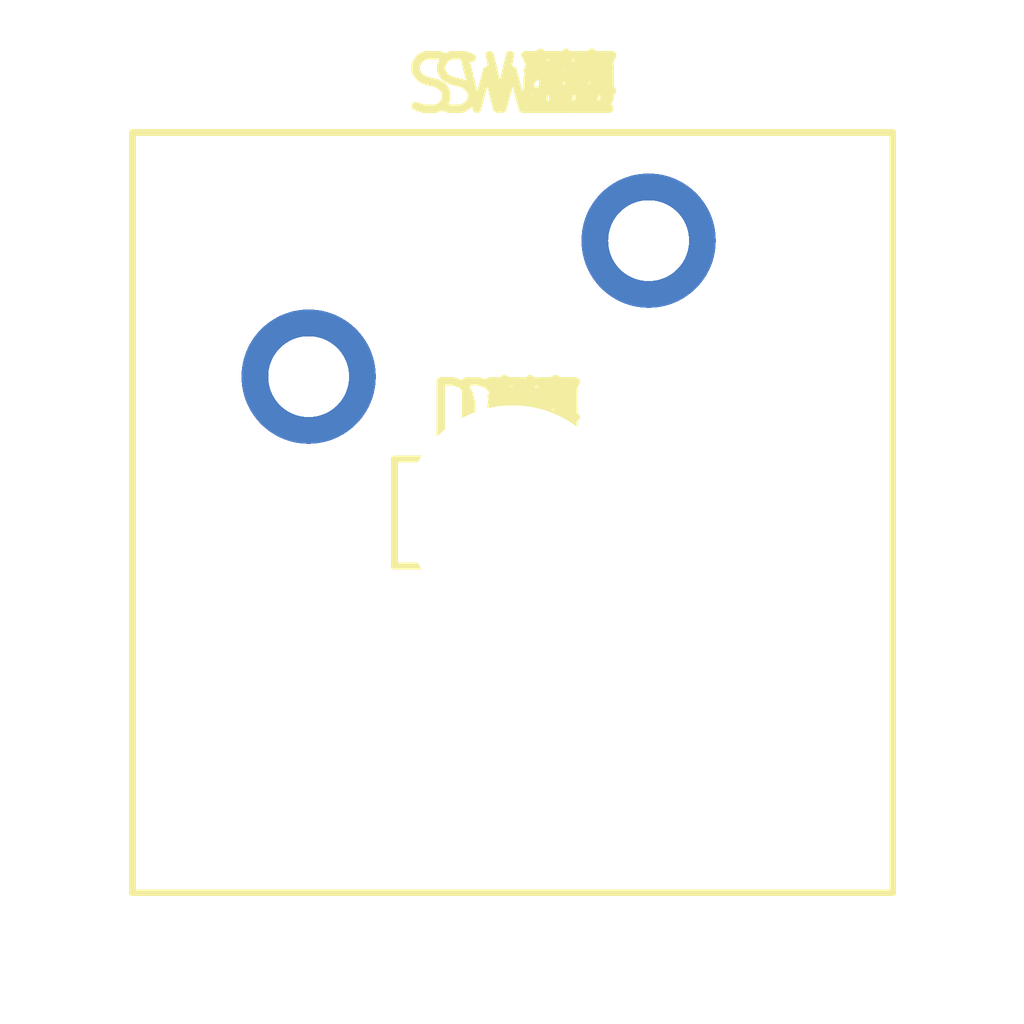
<source format=kicad_pcb>
(kicad_pcb (version 20240108) (generator "pcbnew") (generator_version "8.0")
  (layers (0 "F.Cu" signal) (31 "B.Cu" signal) (34 "B.Paste" user) (35 "F.Paste" user) (36 "B.SilkS" user "B.Silkscreen") (37 "F.SilkS" user "F.Silkscreen") (38 "B.Mask" user) (39 "F.Mask" user) (44 "Edge.Cuts" user))
  (net 0 "")
  (net 1 "COL0")
  (net 2 "COL1")
  (net 3 "COL2")
  (net 4 "COL3")
  (net 5 "COL4")
  (net 6 "COL5")
  (net 7 "COL6")
  (net 8 "COL7")
  (net 9 "COL8")
  (net 10 "COL9")
  (net 11 "COL10")
  (net 12 "COL11")
  (net 13 "COL12")
  (net 14 "COL13")
  (net 15 "COL14")
  (net 16 "COL15")
  (net 17 "Net-(D1-A)")
  (net 18 "Net-(D2-A)")
  (net 19 "Net-(D3-A)")
  (net 20 "Net-(D4-A)")
  (net 21 "Net-(D5-A)")
  (net 22 "Net-(D6-A)")
  (net 23 "Net-(D7-A)")
  (net 24 "Net-(D8-A)")
  (net 25 "Net-(D9-A)")
  (net 26 "Net-(D10-A)")
  (net 27 "Net-(D11-A)")
  (net 28 "Net-(D12-A)")
  (net 29 "Net-(D13-A)")
  (net 30 "Net-(D14-A)")
  (net 31 "Net-(D15-A)")
  (net 32 "Net-(D16-A)")
  (net 33 "Net-(D17-A)")
  (net 34 "Net-(D18-A)")
  (net 35 "Net-(D19-A)")
  (net 36 "Net-(D20-A)")
  (net 37 "Net-(D21-A)")
  (net 38 "Net-(D22-A)")
  (net 39 "Net-(D23-A)")
  (net 40 "Net-(D24-A)")
  (net 41 "Net-(D25-A)")
  (net 42 "Net-(D26-A)")
  (net 43 "Net-(D27-A)")
  (net 44 "Net-(D28-A)")
  (net 45 "Net-(D29-A)")
  (net 46 "Net-(D30-A)")
  (net 47 "Net-(D31-A)")
  (net 48 "Net-(D32-A)")
  (net 49 "Net-(D33-A)")
  (net 50 "Net-(D34-A)")
  (net 51 "Net-(D35-A)")
  (net 52 "Net-(D36-A)")
  (net 53 "Net-(D37-A)")
  (net 54 "Net-(D38-A)")
  (net 55 "Net-(D39-A)")
  (net 56 "Net-(D40-A)")
  (net 57 "Net-(D41-A)")
  (net 58 "Net-(D42-A)")
  (net 59 "Net-(D43-A)")
  (net 60 "Net-(D44-A)")
  (net 61 "Net-(D45-A)")
  (net 62 "Net-(D46-A)")
  (net 63 "Net-(D47-A)")
  (net 64 "Net-(D48-A)")
  (net 65 "Net-(D49-A)")
  (net 66 "Net-(D50-A)")
  (net 67 "Net-(D51-A)")
  (net 68 "Net-(D52-A)")
  (net 69 "Net-(D53-A)")
  (net 70 "Net-(D54-A)")
  (net 71 "Net-(D55-A)")
  (net 72 "Net-(D56-A)")
  (net 73 "Net-(D57-A)")
  (net 74 "Net-(D58-A)")
  (net 75 "Net-(D59-A)")
  (net 76 "Net-(D60-A)")
  (net 77 "Net-(D61-A)")
  (net 78 "Net-(D62-A)")
  (net 79 "Net-(D63-A)")
  (net 80 "Net-(D64-A)")
  (net 81 "Net-(D65-A)")
  (net 82 "Net-(D66-A)")
  (net 83 "Net-(D67-A)")
  (net 84 "Net-(D68-A)")
  (net 85 "Net-(D69-A)")
  (net 86 "Net-(D70-A)")
  (net 87 "Net-(D71-A)")
  (net 88 "ROW0")
  (net 89 "ROW1")
  (net 90 "ROW2")
  (net 91 "ROW3")
  (net 92 "ROW4")
  (footprint "SW_Cherry_MX_PCB_1.00u" (layer "F.Cu") (at 0 0)
    (property "Reference" "SW42")
    (property "Value" "SW_Push")
  )
  (footprint "SW_Cherry_MX_PCB_1.00u" (layer "F.Cu") (at 0 0)
    (property "Reference" "SW9")
    (property "Value" "SW_Push")
  )
  (footprint "D_SOD-123F" (layer "F.Cu") (at 0 0)
    (property "Reference" "D26")
    (property "Value" "D")
  )
  (footprint "SW_Cherry_MX_PCB_1.00u" (layer "F.Cu") (at 0 0)
    (property "Reference" "SW32")
    (property "Value" "SW_Push")
  )
  (footprint "SW_Cherry_MX_PCB_1.00u" (layer "F.Cu") (at 0 0)
    (property "Reference" "SW41")
    (property "Value" "SW_Push")
  )
  (footprint "D_SOD-123F" (layer "F.Cu") (at 0 0)
    (property "Reference" "D30")
    (property "Value" "D")
  )
  (footprint "SW_Cherry_MX_PCB_1.00u" (layer "F.Cu") (at 0 0)
    (property "Reference" "SW48")
    (property "Value" "SW_Push")
  )
  (footprint "SW_Cherry_MX_PCB_1.00u" (layer "F.Cu") (at 0 0)
    (property "Reference" "SW31")
    (property "Value" "SW_Push")
  )
  (footprint "SW_Cherry_MX_PCB_1.00u" (layer "F.Cu") (at 0 0)
    (property "Reference" "SW54")
    (property "Value" "SW_Push")
  )
  (footprint "D_SOD-123F" (layer "F.Cu") (at 0 0)
    (property "Reference" "D45")
    (property "Value" "D")
  )
  (footprint "SW_Cherry_MX_PCB_1.00u" (layer "F.Cu") (at 0 0)
    (property "Reference" "SW12")
    (property "Value" "SW_Push")
  )
  (footprint "SW_Cherry_MX_PCB_1.00u" (layer "F.Cu") (at 0 0)
    (property "Reference" "SW69")
    (property "Value" "SW_Push")
  )
  (footprint "D_SOD-123F" (layer "F.Cu") (at 0 0)
    (property "Reference" "D52")
    (property "Value" "D")
  )
  (footprint "SW_Cherry_MX_PCB_1.00u" (layer "F.Cu") (at 0 0)
    (property "Reference" "SW36")
    (property "Value" "SW_Push")
  )
  (footprint "SW_Cherry_MX_PCB_1.00u" (layer "F.Cu") (at 0 0)
    (property "Reference" "SW8")
    (property "Value" "SW_Push")
  )
  (footprint "D_SOD-123F" (layer "F.Cu") (at 0 0)
    (property "Reference" "D5")
    (property "Value" "D")
  )
  (footprint "D_SOD-123F" (layer "F.Cu") (at 0 0)
    (property "Reference" "D25")
    (property "Value" "D")
  )
  (footprint "SW_Cherry_MX_PCB_1.00u" (layer "F.Cu") (at 0 0)
    (property "Reference" "SW39")
    (property "Value" "SW_Push")
  )
  (footprint "D_SOD-123F" (layer "F.Cu") (at 0 0)
    (property "Reference" "D42")
    (property "Value" "D")
  )
  (footprint "SW_Cherry_MX_PCB_1.00u" (layer "F.Cu") (at 0 0)
    (property "Reference" "SW58")
    (property "Value" "SW_Push")
  )
  (footprint "SW_Cherry_MX_PCB_1.00u" (layer "F.Cu") (at 0 0)
    (property "Reference" "SW55")
    (property "Value" "SW_Push")
  )
  (footprint "D_SOD-123F" (layer "F.Cu") (at 0 0)
    (property "Reference" "D2")
    (property "Value" "D")
  )
  (footprint "D_SOD-123F" (layer "F.Cu") (at 0 0)
    (property "Reference" "D31")
    (property "Value" "D")
  )
  (footprint "D_SOD-123F" (layer "F.Cu") (at 0 0)
    (property "Reference" "D22")
    (property "Value" "D")
  )
  (footprint "SW_Cherry_MX_PCB_1.00u" (layer "F.Cu") (at 0 0)
    (property "Reference" "SW22")
    (property "Value" "SW_Push")
  )
  (footprint "D_SOD-123F" (layer "F.Cu") (at 0 0)
    (property "Reference" "D51")
    (property "Value" "D")
  )
  (footprint "D_SOD-123F" (layer "F.Cu") (at 0 0)
    (property "Reference" "D69")
    (property "Value" "D")
  )
  (footprint "D_SOD-123F" (layer "F.Cu") (at 0 0)
    (property "Reference" "D14")
    (property "Value" "D")
  )
  (footprint "D_SOD-123F" (layer "F.Cu") (at 0 0)
    (property "Reference" "D4")
    (property "Value" "D")
  )
  (footprint "SW_Cherry_MX_PCB_1.00u" (layer "F.Cu") (at 0 0)
    (property "Reference" "SW53")
    (property "Value" "SW_Push")
  )
  (footprint "SW_Cherry_MX_PCB_1.00u" (layer "F.Cu") (at 0 0)
    (property "Reference" "SW40")
    (property "Value" "SW_Push")
  )
  (footprint "D_SOD-123F" (layer "F.Cu") (at 0 0)
    (property "Reference" "D27")
    (property "Value" "D")
  )
  (footprint "D_SOD-123F" (layer "F.Cu") (at 0 0)
    (property "Reference" "D63")
    (property "Value" "D")
  )
  (footprint "SW_Cherry_MX_PCB_1.00u" (layer "F.Cu") (at 0 0)
    (property "Reference" "SW19")
    (property "Value" "SW_Push")
  )
  (footprint "SW_Cherry_MX_PCB_1.00u" (layer "F.Cu") (at 0 0)
    (property "Reference" "SW24")
    (property "Value" "SW_Push")
  )
  (footprint "SW_Cherry_MX_PCB_1.00u" (layer "F.Cu") (at 0 0)
    (property "Reference" "SW3")
    (property "Value" "SW_Push")
  )
  (footprint "D_SOD-123F" (layer "F.Cu") (at 0 0)
    (property "Reference" "D57")
    (property "Value" "D")
  )
  (footprint "D_SOD-123F" (layer "F.Cu") (at 0 0)
    (property "Reference" "D38")
    (property "Value" "D")
  )
  (footprint "SW_Cherry_MX_PCB_1.00u" (layer "F.Cu") (at 0 0)
    (property "Reference" "SW65")
    (property "Value" "SW_Push")
  )
  (footprint "D_SOD-123F" (layer "F.Cu") (at 0 0)
    (property "Reference" "D58")
    (property "Value" "D")
  )
  (footprint "SW_Cherry_MX_PCB_1.00u" (layer "F.Cu") (at 0 0)
    (property "Reference" "SW63")
    (property "Value" "SW_Push")
  )
  (footprint "D_SOD-123F" (layer "F.Cu") (at 0 0)
    (property "Reference" "D48")
    (property "Value" "D")
  )
  (footprint "SW_Cherry_MX_PCB_1.00u" (layer "F.Cu") (at 0 0)
    (property "Reference" "SW57")
    (property "Value" "SW_Push")
  )
  (footprint "D_SOD-123F" (layer "F.Cu") (at 0 0)
    (property "Reference" "D40")
    (property "Value" "D")
  )
  (footprint "D_SOD-123F" (layer "F.Cu") (at 0 0)
    (property "Reference" "D11")
    (property "Value" "D")
  )
  (footprint "D_SOD-123F" (layer "F.Cu") (at 0 0)
    (property "Reference" "D15")
    (property "Value" "D")
  )
  (footprint "SW_Cherry_MX_PCB_1.00u" (layer "F.Cu") (at 0 0)
    (property "Reference" "SW52")
    (property "Value" "SW_Push")
  )
  (footprint "SW_Cherry_MX_PCB_1.00u" (layer "F.Cu") (at 0 0)
    (property "Reference" "SW61")
    (property "Value" "SW_Push")
  )
  (footprint "D_SOD-123F" (layer "F.Cu") (at 0 0)
    (property "Reference" "D29")
    (property "Value" "D")
  )
  (footprint "SW_Cherry_MX_PCB_1.00u" (layer "F.Cu") (at 0 0)
    (property "Reference" "SW47")
    (property "Value" "SW_Push")
  )
  (footprint "SW_Cherry_MX_PCB_1.00u" (layer "F.Cu") (at 0 0)
    (property "Reference" "SW64")
    (property "Value" "SW_Push")
  )
  (footprint "SW_Cherry_MX_PCB_1.00u" (layer "F.Cu") (at 0 0)
    (property "Reference" "SW18")
    (property "Value" "SW_Push")
  )
  (footprint "D_SOD-123F" (layer "F.Cu") (at 0 0)
    (property "Reference" "D54")
    (property "Value" "D")
  )
  (footprint "D_SOD-123F" (layer "F.Cu") (at 0 0)
    (property "Reference" "D53")
    (property "Value" "D")
  )
  (footprint "SW_Cherry_MX_PCB_1.00u" (layer "F.Cu") (at 0 0)
    (property "Reference" "SW38")
    (property "Value" "SW_Push")
  )
  (footprint "SW_Cherry_MX_PCB_1.00u" (layer "F.Cu") (at 0 0)
    (property "Reference" "SW14")
    (property "Value" "SW_Push")
  )
  (footprint "D_SOD-123F" (layer "F.Cu") (at 0 0)
    (property "Reference" "D32")
    (property "Value" "D")
  )
  (footprint "SW_Cherry_MX_PCB_1.00u" (layer "F.Cu") (at 0 0)
    (property "Reference" "SW25")
    (property "Value" "SW_Push")
  )
  (footprint "SW_Cherry_MX_PCB_1.00u" (layer "F.Cu") (at 0 0)
    (property "Reference" "SW16")
    (property "Value" "SW_Push")
  )
  (footprint "D_SOD-123F" (layer "F.Cu") (at 0 0)
    (property "Reference" "D36")
    (property "Value" "D")
  )
  (footprint "SW_Cherry_MX_PCB_1.00u" (layer "F.Cu") (at 0 0)
    (property "Reference" "SW13")
    (property "Value" "SW_Push")
  )
  (footprint "SW_Cherry_MX_PCB_1.00u" (layer "F.Cu") (at 0 0)
    (property "Reference" "SW71")
    (property "Value" "SW_Push")
  )
  (footprint "SW_Cherry_MX_PCB_1.00u" (layer "F.Cu") (at 0 0)
    (property "Reference" "SW70")
    (property "Value" "SW_Push")
  )
  (footprint "SW_Cherry_MX_PCB_1.00u" (layer "F.Cu") (at 0 0)
    (property "Reference" "SW7")
    (property "Value" "SW_Push")
  )
  (footprint "D_SOD-123F" (layer "F.Cu") (at 0 0)
    (property "Reference" "D66")
    (property "Value" "D")
  )
  (footprint "D_SOD-123F" (layer "F.Cu") (at 0 0)
    (property "Reference" "D6")
    (property "Value" "D")
  )
  (footprint "D_SOD-123F" (layer "F.Cu") (at 0 0)
    (property "Reference" "D44")
    (property "Value" "D")
  )
  (footprint "D_SOD-123F" (layer "F.Cu") (at 0 0)
    (property "Reference" "D59")
    (property "Value" "D")
  )
  (footprint "SW_Cherry_MX_PCB_1.00u" (layer "F.Cu") (at 0 0)
    (property "Reference" "SW35")
    (property "Value" "SW_Push")
  )
  (footprint "D_SOD-123F" (layer "F.Cu") (at 0 0)
    (property "Reference" "D71")
    (property "Value" "D")
  )
  (footprint "D_SOD-123F" (layer "F.Cu") (at 0 0)
    (property "Reference" "D65")
    (property "Value" "D")
  )
  (footprint "D_SOD-123F" (layer "F.Cu") (at 0 0)
    (property "Reference" "D18")
    (property "Value" "D")
  )
  (footprint "D_SOD-123F" (layer "F.Cu") (at 0 0)
    (property "Reference" "D64")
    (property "Value" "D")
  )
  (footprint "D_SOD-123F" (layer "F.Cu") (at 0 0)
    (property "Reference" "D34")
    (property "Value" "D")
  )
  (footprint "D_SOD-123F" (layer "F.Cu") (at 0 0)
    (property "Reference" "D55")
    (property "Value" "D")
  )
  (footprint "SW_Cherry_MX_PCB_1.00u" (layer "F.Cu") (at 0 0)
    (property "Reference" "SW34")
    (property "Value" "SW_Push")
  )
  (footprint "SW_Cherry_MX_PCB_1.00u" (layer "F.Cu") (at 0 0)
    (property "Reference" "SW49")
    (property "Value" "SW_Push")
  )
  (footprint "D_SOD-123F" (layer "F.Cu") (at 0 0)
    (property "Reference" "D68")
    (property "Value" "D")
  )
  (footprint "D_SOD-123F" (layer "F.Cu") (at 0 0)
    (property "Reference" "D13")
    (property "Value" "D")
  )
  (footprint "SW_Cherry_MX_PCB_1.00u" (layer "F.Cu") (at 0 0)
    (property "Reference" "SW56")
    (property "Value" "SW_Push")
  )
  (footprint "SW_Cherry_MX_PCB_1.00u" (layer "F.Cu") (at 0 0)
    (property "Reference" "SW21")
    (property "Value" "SW_Push")
  )
  (footprint "SW_Cherry_MX_PCB_1.00u" (layer "F.Cu") (at 0 0)
    (property "Reference" "SW20")
    (property "Value" "SW_Push")
  )
  (footprint "SW_Cherry_MX_PCB_1.00u" (layer "F.Cu") (at 0 0)
    (property "Reference" "SW5")
    (property "Value" "SW_Push")
  )
  (footprint "SW_Cherry_MX_PCB_1.00u" (layer "F.Cu") (at 0 0)
    (property "Reference" "SW43")
    (property "Value" "SW_Push")
  )
  (footprint "SW_Cherry_MX_PCB_1.00u" (layer "F.Cu") (at 0 0)
    (property "Reference" "SW62")
    (property "Value" "SW_Push")
  )
  (footprint "SW_Cherry_MX_PCB_1.00u" (layer "F.Cu") (at 0 0)
    (property "Reference" "SW66")
    (property "Value" "SW_Push")
  )
  (footprint "D_SOD-123F" (layer "F.Cu") (at 0 0)
    (property "Reference" "D33")
    (property "Value" "D")
  )
  (footprint "D_SOD-123F" (layer "F.Cu") (at 0 0)
    (property "Reference" "D9")
    (property "Value" "D")
  )
  (footprint "SW_Cherry_MX_PCB_1.00u" (layer "F.Cu") (at 0 0)
    (property "Reference" "SW68")
    (property "Value" "SW_Push")
  )
  (footprint "SW_Cherry_MX_PCB_1.00u" (layer "F.Cu") (at 0 0)
    (property "Reference" "SW2")
    (property "Value" "SW_Push")
  )
  (footprint "SW_Cherry_MX_PCB_1.00u" (layer "F.Cu") (at 0 0)
    (property "Reference" "SW37")
    (property "Value" "SW_Push")
  )
  (footprint "SW_Cherry_MX_PCB_1.00u" (layer "F.Cu") (at 0 0)
    (property "Reference" "SW44")
    (property "Value" "SW_Push")
  )
  (footprint "SW_Cherry_MX_PCB_1.00u" (layer "F.Cu") (at 0 0)
    (property "Reference" "SW33")
    (property "Value" "SW_Push")
  )
  (footprint "D_SOD-123F" (layer "F.Cu") (at 0 0)
    (property "Reference" "D67")
    (property "Value" "D")
  )
  (footprint "SW_Cherry_MX_PCB_1.00u" (layer "F.Cu") (at 0 0)
    (property "Reference" "SW67")
    (property "Value" "SW_Push")
  )
  (footprint "D_SOD-123F" (layer "F.Cu") (at 0 0)
    (property "Reference" "D10")
    (property "Value" "D")
  )
  (footprint "SW_Cherry_MX_PCB_1.00u" (layer "F.Cu") (at 0 0)
    (property "Reference" "SW30")
    (property "Value" "SW_Push")
  )
  (footprint "SW_Cherry_MX_PCB_1.00u" (layer "F.Cu") (at 0 0)
    (property "Reference" "SW46")
    (property "Value" "SW_Push")
  )
  (footprint "D_SOD-123F" (layer "F.Cu") (at 0 0)
    (property "Reference" "D46")
    (property "Value" "D")
  )
  (footprint "D_SOD-123F" (layer "F.Cu") (at 0 0)
    (property "Reference" "D28")
    (property "Value" "D")
  )
  (footprint "SW_Cherry_MX_PCB_1.00u" (layer "F.Cu") (at 0 0)
    (property "Reference" "SW10")
    (property "Value" "SW_Push")
  )
  (footprint "D_SOD-123F" (layer "F.Cu") (at 0 0)
    (property "Reference" "D39")
    (property "Value" "D")
  )
  (footprint "SW_Cherry_MX_PCB_1.00u" (layer "F.Cu") (at 0 0)
    (property "Reference" "SW28")
    (property "Value" "SW_Push")
  )
  (footprint "D_SOD-123F" (layer "F.Cu") (at 0 0)
    (property "Reference" "D7")
    (property "Value" "D")
  )
  (footprint "SW_Cherry_MX_PCB_1.00u" (layer "F.Cu") (at 0 0)
    (property "Reference" "SW17")
    (property "Value" "SW_Push")
  )
  (footprint "D_SOD-123F" (layer "F.Cu") (at 0 0)
    (property "Reference" "D47")
    (property "Value" "D")
  )
  (footprint "D_SOD-123F" (layer "F.Cu") (at 0 0)
    (property "Reference" "D60")
    (property "Value" "D")
  )
  (footprint "SW_Cherry_MX_PCB_1.00u" (layer "F.Cu") (at 0 0)
    (property "Reference" "SW29")
    (property "Value" "SW_Push")
  )
  (footprint "SW_Cherry_MX_PCB_1.00u" (layer "F.Cu") (at 0 0)
    (property "Reference" "SW27")
    (property "Value" "SW_Push")
  )
  (footprint "D_SOD-123F" (layer "F.Cu") (at 0 0)
    (property "Reference" "D50")
    (property "Value" "D")
  )
  (footprint "D_SOD-123F" (layer "F.Cu") (at 0 0)
    (property "Reference" "D35")
    (property "Value" "D")
  )
  (footprint "D_SOD-123F" (layer "F.Cu") (at 0 0)
    (property "Reference" "D43")
    (property "Value" "D")
  )
  (footprint "D_SOD-123F" (layer "F.Cu") (at 0 0)
    (property "Reference" "D41")
    (property "Value" "D")
  )
  (footprint "D_SOD-123F" (layer "F.Cu") (at 0 0)
    (property "Reference" "D56")
    (property "Value" "D")
  )
  (footprint "D_SOD-123F" (layer "F.Cu") (at 0 0)
    (property "Reference" "D24")
    (property "Value" "D")
  )
  (footprint "SW_Cherry_MX_PCB_1.00u" (layer "F.Cu") (at 0 0)
    (property "Reference" "SW1")
    (property "Value" "SW_Push")
  )
  (footprint "SW_Cherry_MX_PCB_1.00u" (layer "F.Cu") (at 0 0)
    (property "Reference" "SW51")
    (property "Value" "SW_Push")
  )
  (footprint "SW_Cherry_MX_PCB_1.00u" (layer "F.Cu") (at 0 0)
    (property "Reference" "SW60")
    (property "Value" "SW_Push")
  )
  (footprint "D_SOD-123F" (layer "F.Cu") (at 0 0)
    (property "Reference" "D21")
    (property "Value" "D")
  )
  (footprint "SW_Cherry_MX_PCB_1.00u" (layer "F.Cu") (at 0 0)
    (property "Reference" "SW50")
    (property "Value" "SW_Push")
  )
  (footprint "D_SOD-123F" (layer "F.Cu") (at 0 0)
    (property "Reference" "D19")
    (property "Value" "D")
  )
  (footprint "D_SOD-123F" (layer "F.Cu") (at 0 0)
    (property "Reference" "D61")
    (property "Value" "D")
  )
  (footprint "D_SOD-123F" (layer "F.Cu") (at 0 0)
    (property "Reference" "D17")
    (property "Value" "D")
  )
  (footprint "SW_Cherry_MX_PCB_1.00u" (layer "F.Cu") (at 0 0)
    (property "Reference" "SW15")
    (property "Value" "SW_Push")
  )
  (footprint "SW_Cherry_MX_PCB_1.00u" (layer "F.Cu") (at 0 0)
    (property "Reference" "SW26")
    (property "Value" "SW_Push")
  )
  (footprint "D_SOD-123F" (layer "F.Cu") (at 0 0)
    (property "Reference" "D12")
    (property "Value" "D")
  )
  (footprint "D_SOD-123F" (layer "F.Cu") (at 0 0)
    (property "Reference" "D23")
    (property "Value" "D")
  )
  (footprint "D_SOD-123F" (layer "F.Cu") (at 0 0)
    (property "Reference" "D70")
    (property "Value" "D")
  )
  (footprint "D_SOD-123F" (layer "F.Cu") (at 0 0)
    (property "Reference" "D8")
    (property "Value" "D")
  )
  (footprint "SW_Cherry_MX_PCB_1.00u" (layer "F.Cu") (at 0 0)
    (property "Reference" "SW4")
    (property "Value" "SW_Push")
  )
  (footprint "SW_Cherry_MX_PCB_1.00u" (layer "F.Cu") (at 0 0)
    (property "Reference" "SW45")
    (property "Value" "SW_Push")
  )
  (footprint "SW_Cherry_MX_PCB_1.00u" (layer "F.Cu") (at 0 0)
    (property "Reference" "SW23")
    (property "Value" "SW_Push")
  )
  (footprint "SW_Cherry_MX_PCB_1.00u" (layer "F.Cu") (at 0 0)
    (property "Reference" "SW59")
    (property "Value" "SW_Push")
  )
  (footprint "D_SOD-123F" (layer "F.Cu") (at 0 0)
    (property "Reference" "D20")
    (property "Value" "D")
  )
  (footprint "D_SOD-123F" (layer "F.Cu") (at 0 0)
    (property "Reference" "D16")
    (property "Value" "D")
  )
  (footprint "SW_Cherry_MX_PCB_1.00u" (layer "F.Cu") (at 0 0)
    (property "Reference" "SW6")
    (property "Value" "SW_Push")
  )
  (footprint "D_SOD-123F" (layer "F.Cu") (at 0 0)
    (property "Reference" "D3")
    (property "Value" "D")
  )
  (footprint "D_SOD-123F" (layer "F.Cu") (at 0 0)
    (property "Reference" "D62")
    (property "Value" "D")
  )
  (footprint "D_SOD-123F" (layer "F.Cu") (at 0 0)
    (property "Reference" "D49")
    (property "Value" "D")
  )
  (footprint "D_SOD-123F" (layer "F.Cu") (at 0 0)
    (property "Reference" "D37")
    (property "Value" "D")
  )
  (footprint "D_SOD-123F" (layer "F.Cu") (at 0 0)
    (property "Reference" "D1")
    (property "Value" "D")
  )
  (footprint "SW_Cherry_MX_PCB_1.00u" (layer "F.Cu") (at 0 0)
    (property "Reference" "SW11")
    (property "Value" "SW_Push")
  )
)
</source>
